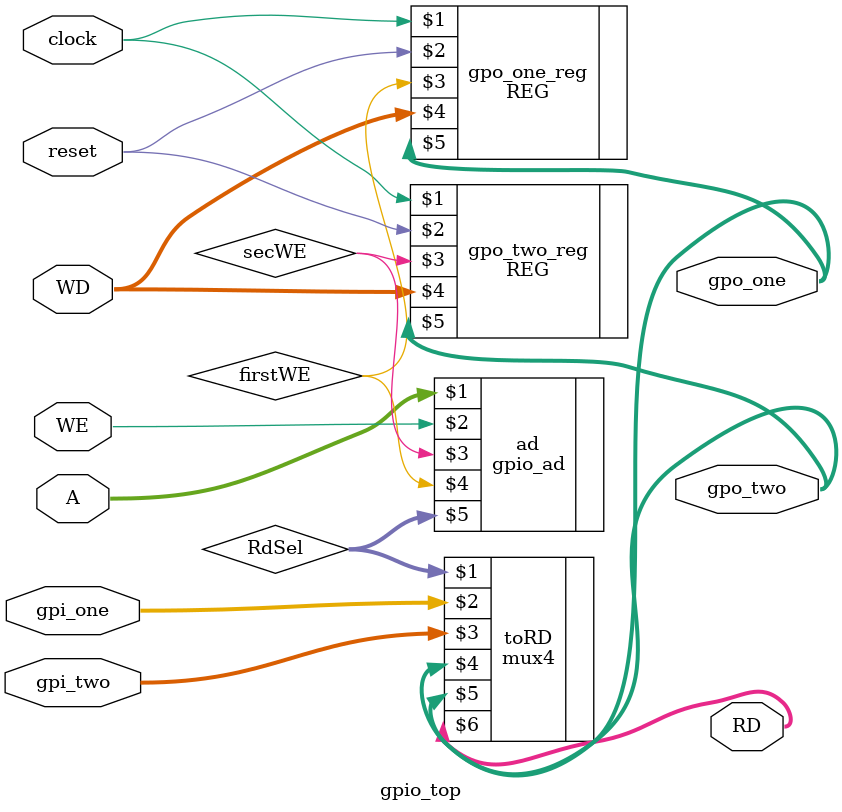
<source format=v>
`timescale 1ns / 1ps

module gpio_top(
        input [1:0]A,
        input WE,
        input [31:0]gpi_one,
        input [31:0]gpi_two,
        input [31:0]WD,
        input reset,
        input clock,
        output [31:0]RD,
        output [31:0]gpo_one,
        output [31:0]gpo_two
    );
    
    wire secWE, firstWE;
    wire [1:0]RdSel;
    
    gpio_ad ad (A, WE, secWE, firstWE, RdSel);
    
    REG #(32) gpo_one_reg(clock, reset, firstWE, WD, gpo_one);
    
    REG #(32) gpo_two_reg(clock, reset, secWE, WD, gpo_two);
    
    mux4 #(32) toRD(RdSel, gpi_one, gpi_two, gpo_one, gpo_two, RD);
    
endmodule

</source>
